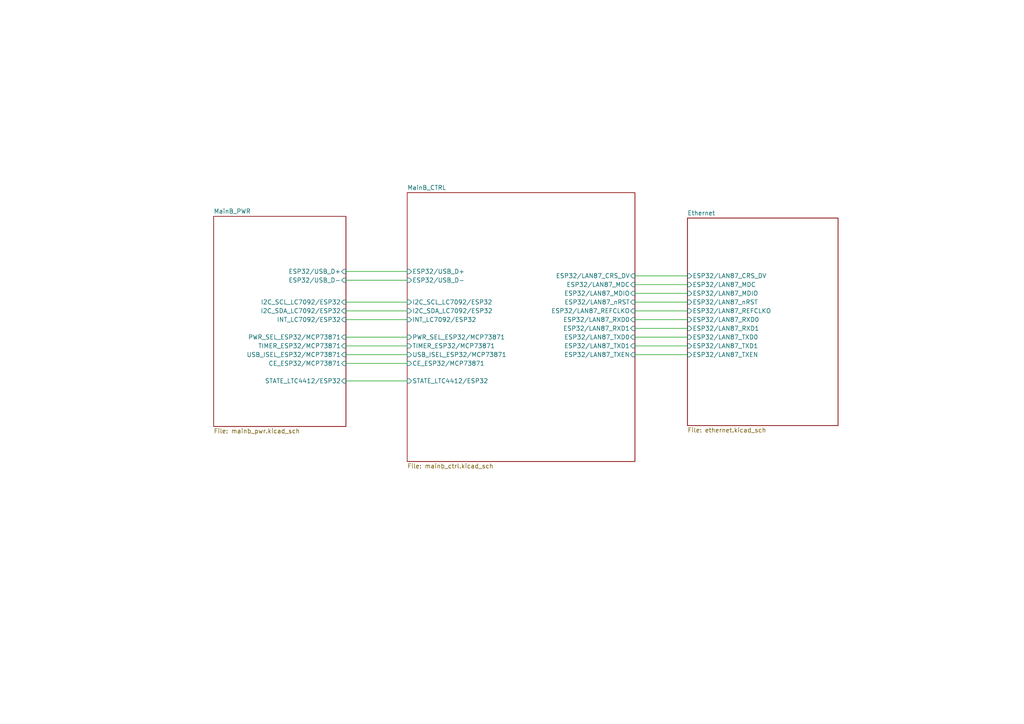
<source format=kicad_sch>
(kicad_sch
	(version 20250114)
	(generator "eeschema")
	(generator_version "9.0")
	(uuid "01bd64b5-fc58-4804-8967-c315df8f9313")
	(paper "A4")
	(lib_symbols)
	(wire
		(pts
			(xy 184.15 85.09) (xy 199.39 85.09)
		)
		(stroke
			(width 0)
			(type default)
		)
		(uuid "05f5756d-575b-4037-8367-8c480e732b0f")
	)
	(wire
		(pts
			(xy 184.15 97.79) (xy 199.39 97.79)
		)
		(stroke
			(width 0)
			(type default)
		)
		(uuid "299d2a25-811f-4184-8bd1-d5ef15c98ac7")
	)
	(wire
		(pts
			(xy 100.33 90.17) (xy 118.11 90.17)
		)
		(stroke
			(width 0)
			(type default)
		)
		(uuid "2a167e64-0d24-4dde-96f1-828cabfab2b6")
	)
	(wire
		(pts
			(xy 100.33 102.87) (xy 118.11 102.87)
		)
		(stroke
			(width 0)
			(type default)
		)
		(uuid "36d3cdfd-d3bc-499a-bd92-6a814243e2bc")
	)
	(wire
		(pts
			(xy 100.33 92.71) (xy 118.11 92.71)
		)
		(stroke
			(width 0)
			(type default)
		)
		(uuid "371ba74c-d27d-4a74-b1d7-c7cd3f739236")
	)
	(wire
		(pts
			(xy 184.15 92.71) (xy 199.39 92.71)
		)
		(stroke
			(width 0)
			(type default)
		)
		(uuid "3caca2ef-a37a-4a17-acab-2bb577ee0f05")
	)
	(wire
		(pts
			(xy 184.15 87.63) (xy 199.39 87.63)
		)
		(stroke
			(width 0)
			(type default)
		)
		(uuid "523ce0c2-1ccf-4f83-9d4b-9a773109c57e")
	)
	(wire
		(pts
			(xy 184.15 82.55) (xy 199.39 82.55)
		)
		(stroke
			(width 0)
			(type default)
		)
		(uuid "5daa8c31-668e-4414-905b-8fb0c1db3ad2")
	)
	(wire
		(pts
			(xy 100.33 81.28) (xy 118.11 81.28)
		)
		(stroke
			(width 0)
			(type default)
		)
		(uuid "717d62c2-80f5-4ac2-85f3-5044e81b8a29")
	)
	(wire
		(pts
			(xy 100.33 100.33) (xy 118.11 100.33)
		)
		(stroke
			(width 0)
			(type default)
		)
		(uuid "76fd84fc-7aed-4cd2-9f83-805aa13547d5")
	)
	(wire
		(pts
			(xy 184.15 80.01) (xy 199.39 80.01)
		)
		(stroke
			(width 0)
			(type default)
		)
		(uuid "7f3a687c-9fd4-43b7-b29a-533aa23534a7")
	)
	(wire
		(pts
			(xy 100.33 78.74) (xy 118.11 78.74)
		)
		(stroke
			(width 0)
			(type default)
		)
		(uuid "8ef53d89-b599-4179-8c6c-faf9493e21c0")
	)
	(wire
		(pts
			(xy 184.15 100.33) (xy 199.39 100.33)
		)
		(stroke
			(width 0)
			(type default)
		)
		(uuid "91e373a1-c9fd-46d6-b885-4cdad015dfc6")
	)
	(wire
		(pts
			(xy 100.33 105.41) (xy 118.11 105.41)
		)
		(stroke
			(width 0)
			(type default)
		)
		(uuid "9854ad49-8434-473d-9cd2-f98065d9f1f5")
	)
	(wire
		(pts
			(xy 100.33 87.63) (xy 118.11 87.63)
		)
		(stroke
			(width 0)
			(type default)
		)
		(uuid "9991634b-855f-405b-b9c6-c7fa756f36bf")
	)
	(wire
		(pts
			(xy 100.33 97.79) (xy 118.11 97.79)
		)
		(stroke
			(width 0)
			(type default)
		)
		(uuid "99e61cbe-1119-4f0d-90c5-42971bd6f9f3")
	)
	(wire
		(pts
			(xy 100.33 110.49) (xy 118.11 110.49)
		)
		(stroke
			(width 0)
			(type default)
		)
		(uuid "cdc02bc1-586b-494c-8fbd-271cef073adc")
	)
	(wire
		(pts
			(xy 184.15 90.17) (xy 199.39 90.17)
		)
		(stroke
			(width 0)
			(type default)
		)
		(uuid "e4d4f27a-32e3-417f-aad7-ba3b16536d19")
	)
	(wire
		(pts
			(xy 184.15 102.87) (xy 199.39 102.87)
		)
		(stroke
			(width 0)
			(type default)
		)
		(uuid "fa5590bc-7ccf-4184-b07f-661d66183d42")
	)
	(wire
		(pts
			(xy 184.15 95.25) (xy 199.39 95.25)
		)
		(stroke
			(width 0)
			(type default)
		)
		(uuid "fea66eb2-0487-4319-a178-a6bd411b004f")
	)
	(sheet
		(at 61.976 62.738)
		(size 38.354 60.96)
		(exclude_from_sim no)
		(in_bom yes)
		(on_board yes)
		(dnp no)
		(fields_autoplaced yes)
		(stroke
			(width 0.1524)
			(type solid)
		)
		(fill
			(color 0 0 0 0.0000)
		)
		(uuid "17dfbcd1-d789-4df9-94a9-b32258aaeb8d")
		(property "Sheetname" "MainB_PWR"
			(at 61.976 62.0264 0)
			(effects
				(font
					(size 1.27 1.27)
				)
				(justify left bottom)
			)
		)
		(property "Sheetfile" "mainb_pwr.kicad_sch"
			(at 61.976 124.2826 0)
			(effects
				(font
					(size 1.27 1.27)
				)
				(justify left top)
			)
		)
		(pin "CE_ESP32{slash}MCP73871" input
			(at 100.33 105.41 0)
			(uuid "4d468ccf-408c-496c-b019-ae416a3b9b1d")
			(effects
				(font
					(size 1.27 1.27)
				)
				(justify right)
			)
		)
		(pin "ESP32{slash}USB_D+" input
			(at 100.33 78.74 0)
			(uuid "de6a3840-c1a9-4026-8fe5-5748c89bdedc")
			(effects
				(font
					(size 1.27 1.27)
				)
				(justify right)
			)
		)
		(pin "ESP32{slash}USB_D-" input
			(at 100.33 81.28 0)
			(uuid "7a0d346b-d958-4b64-ba63-fcd7abb9cabd")
			(effects
				(font
					(size 1.27 1.27)
				)
				(justify right)
			)
		)
		(pin "I2C_SCL_LC7092{slash}ESP32" input
			(at 100.33 87.63 0)
			(uuid "cf5daf52-42ee-4bf6-91db-9f5aaf44fd6e")
			(effects
				(font
					(size 1.27 1.27)
				)
				(justify right)
			)
		)
		(pin "I2C_SDA_LC7092{slash}ESP32" input
			(at 100.33 90.17 0)
			(uuid "0355024c-f04c-4603-a47b-d30801800411")
			(effects
				(font
					(size 1.27 1.27)
				)
				(justify right)
			)
		)
		(pin "INT_LC7092{slash}ESP32" input
			(at 100.33 92.71 0)
			(uuid "f34e4a1e-c79d-49da-99ab-663da3a76bd8")
			(effects
				(font
					(size 1.27 1.27)
				)
				(justify right)
			)
		)
		(pin "PWR_SEL_ESP32{slash}MCP73871" input
			(at 100.33 97.79 0)
			(uuid "44c46893-c881-4571-abc4-ddefaebe037b")
			(effects
				(font
					(size 1.27 1.27)
				)
				(justify right)
			)
		)
		(pin "STATE_LTC4412{slash}ESP32" input
			(at 100.33 110.49 0)
			(uuid "76fa5d18-b035-40ae-a7a9-376c89c57368")
			(effects
				(font
					(size 1.27 1.27)
				)
				(justify right)
			)
		)
		(pin "TIMER_ESP32{slash}MCP73871" input
			(at 100.33 100.33 0)
			(uuid "8cd89622-648b-49e7-8d7c-435079d2fef4")
			(effects
				(font
					(size 1.27 1.27)
				)
				(justify right)
			)
		)
		(pin "USB_ISEL_ESP32{slash}MCP73871" input
			(at 100.33 102.87 0)
			(uuid "63329e0b-5008-4cb1-9888-9b019154b35c")
			(effects
				(font
					(size 1.27 1.27)
				)
				(justify right)
			)
		)
		(instances
			(project "Hub"
				(path "/2f4c15b3-8cc3-42dd-8fd5-f75a8a30a690/746d0140-9bed-4677-9571-c0a9a363fe50"
					(page "3")
				)
			)
		)
	)
	(sheet
		(at 199.39 63.246)
		(size 43.688 60.198)
		(exclude_from_sim no)
		(in_bom yes)
		(on_board yes)
		(dnp no)
		(fields_autoplaced yes)
		(stroke
			(width 0.1524)
			(type solid)
		)
		(fill
			(color 0 0 0 0.0000)
		)
		(uuid "a865bf2b-fa8d-47cc-a9f7-d93751112d1a")
		(property "Sheetname" "Ethernet"
			(at 199.39 62.5344 0)
			(effects
				(font
					(size 1.27 1.27)
				)
				(justify left bottom)
			)
		)
		(property "Sheetfile" "ethernet.kicad_sch"
			(at 199.39 124.0286 0)
			(effects
				(font
					(size 1.27 1.27)
				)
				(justify left top)
			)
		)
		(pin "ESP32{slash}LAN87_CRS_DV" input
			(at 199.39 80.01 180)
			(uuid "9aba7b25-8d67-4695-bbbe-0362f2a180b7")
			(effects
				(font
					(size 1.27 1.27)
				)
				(justify left)
			)
		)
		(pin "ESP32{slash}LAN87_MDC" input
			(at 199.39 82.55 180)
			(uuid "12371b2b-7a38-48b8-ba5d-a825257cf3cf")
			(effects
				(font
					(size 1.27 1.27)
				)
				(justify left)
			)
		)
		(pin "ESP32{slash}LAN87_MDIO" input
			(at 199.39 85.09 180)
			(uuid "c4f90794-c01e-4077-9dbb-61a4640646a0")
			(effects
				(font
					(size 1.27 1.27)
				)
				(justify left)
			)
		)
		(pin "ESP32{slash}LAN87_nRST" input
			(at 199.39 87.63 180)
			(uuid "9d87df19-a7b0-4624-a2b2-498a4cd3cda3")
			(effects
				(font
					(size 1.27 1.27)
				)
				(justify left)
			)
		)
		(pin "ESP32{slash}LAN87_REFCLKO" input
			(at 199.39 90.17 180)
			(uuid "8f098968-6f21-481e-bdcf-d7e1509ab45b")
			(effects
				(font
					(size 1.27 1.27)
				)
				(justify left)
			)
		)
		(pin "ESP32{slash}LAN87_RXD0" input
			(at 199.39 92.71 180)
			(uuid "0d2baba9-0a69-4510-9c02-ed7ac8f0c303")
			(effects
				(font
					(size 1.27 1.27)
				)
				(justify left)
			)
		)
		(pin "ESP32{slash}LAN87_RXD1" input
			(at 199.39 95.25 180)
			(uuid "b5decd1c-051c-447b-8097-0e70b049aa01")
			(effects
				(font
					(size 1.27 1.27)
				)
				(justify left)
			)
		)
		(pin "ESP32{slash}LAN87_TXD0" input
			(at 199.39 97.79 180)
			(uuid "e10b8f3d-3753-45ae-a21d-d5af6209412b")
			(effects
				(font
					(size 1.27 1.27)
				)
				(justify left)
			)
		)
		(pin "ESP32{slash}LAN87_TXD1" input
			(at 199.39 100.33 180)
			(uuid "adac5848-bd26-4c35-815e-3062386b97ba")
			(effects
				(font
					(size 1.27 1.27)
				)
				(justify left)
			)
		)
		(pin "ESP32{slash}LAN87_TXEN" input
			(at 199.39 102.87 180)
			(uuid "9c11c5d6-cf4b-42a5-9e70-c44a73f2384c")
			(effects
				(font
					(size 1.27 1.27)
				)
				(justify left)
			)
		)
		(instances
			(project "Hub"
				(path "/2f4c15b3-8cc3-42dd-8fd5-f75a8a30a690/746d0140-9bed-4677-9571-c0a9a363fe50"
					(page "5")
				)
			)
		)
	)
	(sheet
		(at 118.11 55.88)
		(size 66.04 77.978)
		(exclude_from_sim no)
		(in_bom yes)
		(on_board yes)
		(dnp no)
		(fields_autoplaced yes)
		(stroke
			(width 0.1524)
			(type solid)
		)
		(fill
			(color 0 0 0 0.0000)
		)
		(uuid "c617ad80-8c47-4b94-a7d8-06a587bf9153")
		(property "Sheetname" "MainB_CTRL"
			(at 118.11 55.1684 0)
			(effects
				(font
					(size 1.27 1.27)
				)
				(justify left bottom)
			)
		)
		(property "Sheetfile" "mainb_ctrl.kicad_sch"
			(at 118.11 134.4426 0)
			(effects
				(font
					(size 1.27 1.27)
				)
				(justify left top)
			)
		)
		(pin "CE_ESP32{slash}MCP73871" input
			(at 118.11 105.41 180)
			(uuid "bb5d1284-940e-4590-9188-548a50bd836e")
			(effects
				(font
					(size 1.27 1.27)
				)
				(justify left)
			)
		)
		(pin "ESP32{slash}USB_D+" input
			(at 118.11 78.74 180)
			(uuid "30676dbc-056f-4d31-98d8-4dbbd9318093")
			(effects
				(font
					(size 1.27 1.27)
				)
				(justify left)
			)
		)
		(pin "ESP32{slash}USB_D-" input
			(at 118.11 81.28 180)
			(uuid "ff2c55af-2662-42a5-9fe3-cc7490b45ef7")
			(effects
				(font
					(size 1.27 1.27)
				)
				(justify left)
			)
		)
		(pin "I2C_SCL_LC7092{slash}ESP32" input
			(at 118.11 87.63 180)
			(uuid "760be355-ab0e-4dc0-8b7a-24e69867e9f2")
			(effects
				(font
					(size 1.27 1.27)
				)
				(justify left)
			)
		)
		(pin "I2C_SDA_LC7092{slash}ESP32" input
			(at 118.11 90.17 180)
			(uuid "1654ac55-5117-4ed3-9c55-465a301e14af")
			(effects
				(font
					(size 1.27 1.27)
				)
				(justify left)
			)
		)
		(pin "INT_LC7092{slash}ESP32" input
			(at 118.11 92.71 180)
			(uuid "b5227e28-2b54-47ce-9f34-a25052d5627c")
			(effects
				(font
					(size 1.27 1.27)
				)
				(justify left)
			)
		)
		(pin "PWR_SEL_ESP32{slash}MCP73871" input
			(at 118.11 97.79 180)
			(uuid "a01749ab-aee7-43a0-a1b9-a703f59b6f6d")
			(effects
				(font
					(size 1.27 1.27)
				)
				(justify left)
			)
		)
		(pin "STATE_LTC4412{slash}ESP32" input
			(at 118.11 110.49 180)
			(uuid "ed02203b-9402-48e2-8b13-a7b51e0098dd")
			(effects
				(font
					(size 1.27 1.27)
				)
				(justify left)
			)
		)
		(pin "TIMER_ESP32{slash}MCP73871" input
			(at 118.11 100.33 180)
			(uuid "d5b99fd9-2a8e-422c-9920-8dc5f8fdbcda")
			(effects
				(font
					(size 1.27 1.27)
				)
				(justify left)
			)
		)
		(pin "USB_ISEL_ESP32{slash}MCP73871" input
			(at 118.11 102.87 180)
			(uuid "76a668d1-a903-48d8-a783-ad1231c08c3f")
			(effects
				(font
					(size 1.27 1.27)
				)
				(justify left)
			)
		)
		(pin "ESP32{slash}LAN87_CRS_DV" input
			(at 184.15 80.01 0)
			(uuid "19843489-f036-46b8-bf1d-5248a0a252ae")
			(effects
				(font
					(size 1.27 1.27)
				)
				(justify right)
			)
		)
		(pin "ESP32{slash}LAN87_MDC" input
			(at 184.15 82.55 0)
			(uuid "b8b2443d-d12a-4d1b-801b-0851acd2450b")
			(effects
				(font
					(size 1.27 1.27)
				)
				(justify right)
			)
		)
		(pin "ESP32{slash}LAN87_MDIO" input
			(at 184.15 85.09 0)
			(uuid "78499f00-6366-455d-bd37-3d7825a93775")
			(effects
				(font
					(size 1.27 1.27)
				)
				(justify right)
			)
		)
		(pin "ESP32{slash}LAN87_nRST" input
			(at 184.15 87.63 0)
			(uuid "17542f39-52ba-4233-b4fb-a2fa8b392e6a")
			(effects
				(font
					(size 1.27 1.27)
				)
				(justify right)
			)
		)
		(pin "ESP32{slash}LAN87_REFCLKO" input
			(at 184.15 90.17 0)
			(uuid "2baf13bc-381c-4324-a060-6c4f366ff452")
			(effects
				(font
					(size 1.27 1.27)
				)
				(justify right)
			)
		)
		(pin "ESP32{slash}LAN87_RXD0" input
			(at 184.15 92.71 0)
			(uuid "a4f24efd-6d7e-4590-bcba-c6b2e41a4f97")
			(effects
				(font
					(size 1.27 1.27)
				)
				(justify right)
			)
		)
		(pin "ESP32{slash}LAN87_RXD1" input
			(at 184.15 95.25 0)
			(uuid "84895e98-a1bd-4b95-9ffa-650fd830d005")
			(effects
				(font
					(size 1.27 1.27)
				)
				(justify right)
			)
		)
		(pin "ESP32{slash}LAN87_TXD0" input
			(at 184.15 97.79 0)
			(uuid "b4f7370c-50f0-4bae-b96c-cfe8cb216b05")
			(effects
				(font
					(size 1.27 1.27)
				)
				(justify right)
			)
		)
		(pin "ESP32{slash}LAN87_TXD1" input
			(at 184.15 100.33 0)
			(uuid "ecffb7ad-cb31-47c4-a474-4ec7f91c1220")
			(effects
				(font
					(size 1.27 1.27)
				)
				(justify right)
			)
		)
		(pin "ESP32{slash}LAN87_TXEN" input
			(at 184.15 102.87 0)
			(uuid "8a414ef3-87ef-4e72-8773-75e7e657dcf7")
			(effects
				(font
					(size 1.27 1.27)
				)
				(justify right)
			)
		)
		(instances
			(project "Hub"
				(path "/2f4c15b3-8cc3-42dd-8fd5-f75a8a30a690/746d0140-9bed-4677-9571-c0a9a363fe50"
					(page "4")
				)
			)
		)
	)
)

</source>
